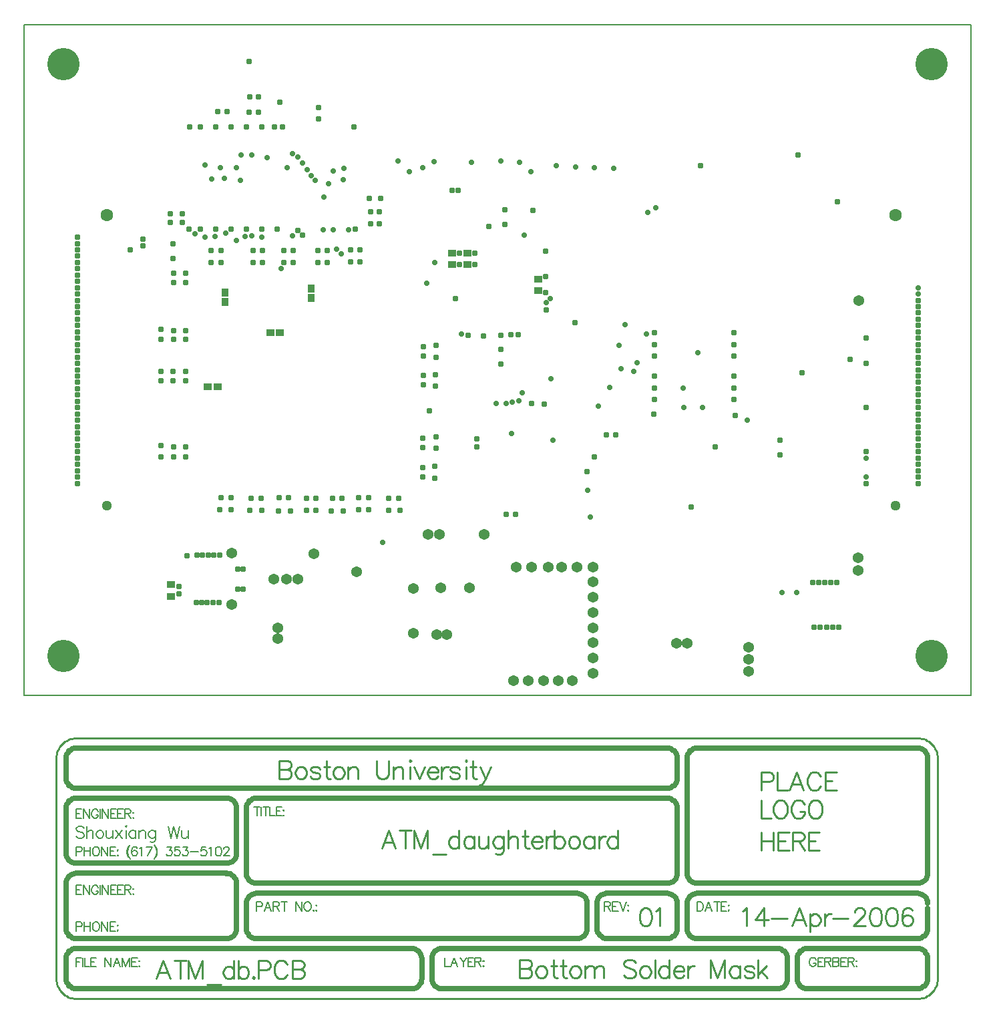
<source format=gbs>
%FSLAX24Y24*%
%MOIN*%
G70*
G01*
G75*
%ADD10C,0.0080*%
%ADD11R,0.0400X0.0600*%
%ADD12R,0.0157X0.0787*%
%ADD13O,0.0157X0.0787*%
%ADD14R,0.0413X0.0177*%
%ADD15R,0.1157X0.1409*%
%ADD16R,0.0315X0.0354*%
%ADD17R,0.1500X0.1100*%
%ADD18O,0.0906X0.0118*%
%ADD19C,0.0157*%
%ADD20R,0.0354X0.0315*%
%ADD21R,0.0906X0.0118*%
%ADD22R,0.0787X0.0197*%
%ADD23O,0.0630X0.0197*%
%ADD24O,0.0197X0.0630*%
%ADD25R,0.0600X0.0500*%
%ADD26R,0.0366X0.0291*%
%ADD27R,0.0600X0.0600*%
%ADD28R,0.1004X0.1063*%
%ADD29R,0.1063X0.1004*%
%ADD30O,0.0118X0.0591*%
%ADD31O,0.0591X0.0118*%
%ADD32R,0.0291X0.0366*%
%ADD33R,0.1000X0.0420*%
%ADD34R,0.0213X0.0138*%
%ADD35O,0.0591X0.0118*%
%ADD36R,0.0787X0.0709*%
%ADD37R,0.0500X0.0600*%
%ADD38R,0.0531X0.0256*%
%ADD39R,0.0984X0.2795*%
%ADD40R,0.1201X0.0449*%
%ADD41R,0.0291X0.0366*%
%ADD42R,0.0984X0.2795*%
%ADD43R,0.0990X0.0200*%
%ADD44R,0.0440X0.0960*%
%ADD45R,0.4100X0.4250*%
%ADD46C,0.0100*%
%ADD47C,0.0200*%
%ADD48C,0.0050*%
%ADD49C,0.0060*%
%ADD50C,0.0300*%
%ADD51C,0.0400*%
%ADD52C,0.0051*%
%ADD53C,0.0079*%
%ADD54R,0.2126X0.1142*%
%ADD55R,0.5315X0.2047*%
%ADD56R,0.1559X0.1244*%
%ADD57R,0.0984X0.0437*%
%ADD58R,0.0996X0.0433*%
%ADD59R,0.0543X0.0933*%
%ADD60R,0.3228X0.1142*%
%ADD61R,0.2441X0.1693*%
%ADD62R,0.1142X0.1181*%
%ADD63R,0.1209X0.3386*%
%ADD64R,0.2909X0.4957*%
%ADD65R,0.1177X0.0437*%
%ADD66R,0.3504X0.2795*%
%ADD67C,0.0250*%
%ADD68C,0.0090*%
%ADD69C,0.0500*%
%ADD70C,0.0240*%
%ADD71C,0.0591*%
%ADD72C,0.0472*%
%ADD73C,0.1575*%
%ADD74C,0.0270*%
%ADD75C,0.0240*%
%ADD76C,0.0240*%
%ADD77C,0.0120*%
%ADD78R,0.0440X0.0640*%
%ADD79R,0.0197X0.0827*%
%ADD80O,0.0197X0.0827*%
%ADD81R,0.0453X0.0217*%
%ADD82R,0.1197X0.1449*%
%ADD83R,0.0355X0.0394*%
%ADD84R,0.1540X0.1140*%
%ADD85O,0.0946X0.0158*%
%ADD86C,0.0197*%
%ADD87R,0.0394X0.0355*%
%ADD88R,0.0946X0.0158*%
%ADD89R,0.0827X0.0237*%
%ADD90O,0.0670X0.0237*%
%ADD91O,0.0237X0.0670*%
%ADD92R,0.0640X0.0540*%
%ADD93R,0.0406X0.0331*%
%ADD94R,0.0640X0.0640*%
%ADD95R,0.1044X0.1103*%
%ADD96R,0.1103X0.1044*%
%ADD97O,0.0158X0.0631*%
%ADD98O,0.0631X0.0158*%
%ADD99R,0.0331X0.0406*%
%ADD100R,0.1040X0.0460*%
%ADD101R,0.0253X0.0178*%
%ADD102O,0.0631X0.0158*%
%ADD103R,0.0827X0.0749*%
%ADD104R,0.0540X0.0640*%
%ADD105R,0.0571X0.0296*%
%ADD106R,0.1024X0.2835*%
%ADD107R,0.1241X0.0489*%
%ADD108R,0.0331X0.0406*%
%ADD109R,0.1024X0.2835*%
%ADD110R,0.1030X0.0240*%
%ADD111R,0.0480X0.1000*%
%ADD112R,0.4140X0.4290*%
%ADD113C,0.0540*%
%ADD114C,0.0631*%
%ADD115C,0.0512*%
%ADD116C,0.1615*%
%ADD117C,0.0310*%
%ADD118C,0.0280*%
%ADD119C,0.0280*%
%ADD120C,0.0280*%
D10*
X22673Y13077D02*
X22616Y13134D01*
X22530Y13162D01*
X22416D01*
X22330Y13134D01*
X22273Y13077D01*
Y13020D01*
X22302Y12963D01*
X22330Y12934D01*
X22387Y12905D01*
X22559Y12848D01*
X22616Y12820D01*
X22645Y12791D01*
X22673Y12734D01*
Y12648D01*
X22616Y12591D01*
X22530Y12563D01*
X22416D01*
X22330Y12591D01*
X22273Y12648D01*
X22807Y13162D02*
Y12563D01*
Y12848D02*
X22893Y12934D01*
X22950Y12963D01*
X23036D01*
X23093Y12934D01*
X23122Y12848D01*
Y12563D01*
X23422Y12963D02*
X23364Y12934D01*
X23307Y12877D01*
X23279Y12791D01*
Y12734D01*
X23307Y12648D01*
X23364Y12591D01*
X23422Y12563D01*
X23507D01*
X23564Y12591D01*
X23622Y12648D01*
X23650Y12734D01*
Y12791D01*
X23622Y12877D01*
X23564Y12934D01*
X23507Y12963D01*
X23422D01*
X23781D02*
Y12677D01*
X23810Y12591D01*
X23867Y12563D01*
X23953D01*
X24010Y12591D01*
X24096Y12677D01*
Y12963D02*
Y12563D01*
X24253Y12963D02*
X24567Y12563D01*
Y12963D02*
X24253Y12563D01*
X24750Y13162D02*
X24778Y13134D01*
X24807Y13162D01*
X24778Y13191D01*
X24750Y13162D01*
X24778Y12963D02*
Y12563D01*
X25255Y12963D02*
Y12563D01*
Y12877D02*
X25198Y12934D01*
X25141Y12963D01*
X25055D01*
X24998Y12934D01*
X24941Y12877D01*
X24913Y12791D01*
Y12734D01*
X24941Y12648D01*
X24998Y12591D01*
X25055Y12563D01*
X25141D01*
X25198Y12591D01*
X25255Y12648D01*
X25415Y12963D02*
Y12563D01*
Y12848D02*
X25501Y12934D01*
X25558Y12963D01*
X25644D01*
X25701Y12934D01*
X25730Y12848D01*
Y12563D01*
X26230Y12963D02*
Y12505D01*
X26201Y12420D01*
X26172Y12391D01*
X26115Y12363D01*
X26030D01*
X25972Y12391D01*
X26230Y12877D02*
X26172Y12934D01*
X26115Y12963D01*
X26030D01*
X25972Y12934D01*
X25915Y12877D01*
X25887Y12791D01*
Y12734D01*
X25915Y12648D01*
X25972Y12591D01*
X26030Y12563D01*
X26115D01*
X26172Y12591D01*
X26230Y12648D01*
X26861Y13162D02*
X27004Y12563D01*
X27146Y13162D02*
X27004Y12563D01*
X27146Y13162D02*
X27289Y12563D01*
X27432Y13162D02*
X27289Y12563D01*
X27552Y12963D02*
Y12677D01*
X27581Y12591D01*
X27638Y12563D01*
X27723D01*
X27781Y12591D01*
X27866Y12677D01*
Y12963D02*
Y12563D01*
D46*
X21273Y5573D02*
X21278Y5475D01*
X21292Y5378D01*
X21316Y5283D01*
X21348Y5190D01*
X21390Y5101D01*
X21440Y5017D01*
X21498Y4938D01*
X21563Y4865D01*
X21635Y4798D01*
X21713Y4739D01*
X21796Y4688D01*
X21885Y4645D01*
X21976Y4610D01*
X22071Y4585D01*
X22168Y4569D01*
X22266Y4563D01*
X64273Y4563D02*
X64371Y4567D01*
X64468Y4582D01*
X64564Y4606D01*
X64656Y4639D01*
X64745Y4681D01*
X64829Y4731D01*
X64908Y4790D01*
X64980Y4855D01*
X65046Y4928D01*
X65105Y5007D01*
X65155Y5091D01*
X65197Y5180D01*
X65230Y5272D01*
X65254Y5368D01*
X65268Y5465D01*
X65273Y5563D01*
Y16563D02*
X65268Y16661D01*
X65254Y16758D01*
X65230Y16853D01*
X65197Y16945D01*
X65155Y17034D01*
X65105Y17118D01*
X65046Y17197D01*
X64980Y17270D01*
X64908Y17336D01*
X64829Y17394D01*
X64745Y17445D01*
X64656Y17486D01*
X64564Y17520D01*
X64468Y17543D01*
X64371Y17558D01*
X64273Y17563D01*
X22273D02*
X22175Y17558D01*
X22078Y17543D01*
X21983Y17520D01*
X21891Y17486D01*
X21802Y17445D01*
X21718Y17394D01*
X21639Y17336D01*
X21566Y17270D01*
X21500Y17197D01*
X21442Y17118D01*
X21391Y17034D01*
X21349Y16945D01*
X21316Y16853D01*
X21292Y16758D01*
X21278Y16661D01*
X21273Y16563D01*
X22273Y4563D02*
X64273D01*
X22273Y17563D02*
X64273D01*
X65273Y5563D02*
Y16563D01*
X21273Y5563D02*
Y16563D01*
D48*
X59195Y6505D02*
X59173Y6548D01*
X59130Y6591D01*
X59087Y6612D01*
X59002D01*
X58959Y6591D01*
X58916Y6548D01*
X58895Y6505D01*
X58873Y6441D01*
Y6334D01*
X58895Y6270D01*
X58916Y6227D01*
X58959Y6184D01*
X59002Y6163D01*
X59087D01*
X59130Y6184D01*
X59173Y6227D01*
X59195Y6270D01*
Y6334D01*
X59087D02*
X59195D01*
X59576Y6612D02*
X59297D01*
Y6163D01*
X59576D01*
X59297Y6398D02*
X59469D01*
X59651Y6612D02*
Y6163D01*
Y6612D02*
X59844D01*
X59908Y6591D01*
X59929Y6570D01*
X59951Y6527D01*
Y6484D01*
X59929Y6441D01*
X59908Y6420D01*
X59844Y6398D01*
X59651D01*
X59801D02*
X59951Y6163D01*
X60052Y6612D02*
Y6163D01*
Y6612D02*
X60244D01*
X60309Y6591D01*
X60330Y6570D01*
X60351Y6527D01*
Y6484D01*
X60330Y6441D01*
X60309Y6420D01*
X60244Y6398D01*
X60052D02*
X60244D01*
X60309Y6377D01*
X60330Y6355D01*
X60351Y6313D01*
Y6248D01*
X60330Y6205D01*
X60309Y6184D01*
X60244Y6163D01*
X60052D01*
X60731Y6612D02*
X60452D01*
Y6163D01*
X60731D01*
X60452Y6398D02*
X60624D01*
X60806Y6612D02*
Y6163D01*
Y6612D02*
X60998D01*
X61063Y6591D01*
X61084Y6570D01*
X61106Y6527D01*
Y6484D01*
X61084Y6441D01*
X61063Y6420D01*
X60998Y6398D01*
X60806D01*
X60956D02*
X61106Y6163D01*
X61228Y6463D02*
X61206Y6441D01*
X61228Y6420D01*
X61249Y6441D01*
X61228Y6463D01*
Y6205D02*
X61206Y6184D01*
X61228Y6163D01*
X61249Y6184D01*
X61228Y6205D01*
X22273Y6612D02*
Y6163D01*
Y6612D02*
X22552D01*
X22273Y6398D02*
X22445D01*
X22603Y6612D02*
Y6163D01*
X22697Y6612D02*
Y6163D01*
X22955D01*
X23282Y6612D02*
X23004D01*
Y6163D01*
X23282D01*
X23004Y6398D02*
X23175D01*
X23711Y6612D02*
Y6163D01*
Y6612D02*
X24011Y6163D01*
Y6612D02*
Y6163D01*
X24478D02*
X24306Y6612D01*
X24135Y6163D01*
X24199Y6313D02*
X24413D01*
X24583Y6612D02*
Y6163D01*
Y6612D02*
X24754Y6163D01*
X24926Y6612D02*
X24754Y6163D01*
X24926Y6612D02*
Y6163D01*
X25333Y6612D02*
X25054D01*
Y6163D01*
X25333D01*
X25054Y6398D02*
X25225D01*
X25429Y6463D02*
X25408Y6441D01*
X25429Y6420D01*
X25450Y6441D01*
X25429Y6463D01*
Y6205D02*
X25408Y6184D01*
X25429Y6163D01*
X25450Y6184D01*
X25429Y6205D01*
X22552Y10213D02*
X22273D01*
Y9763D01*
X22552D01*
X22273Y9998D02*
X22445D01*
X22627Y10213D02*
Y9763D01*
Y10213D02*
X22927Y9763D01*
Y10213D02*
Y9763D01*
X23372Y10105D02*
X23351Y10148D01*
X23308Y10191D01*
X23265Y10213D01*
X23179D01*
X23137Y10191D01*
X23094Y10148D01*
X23072Y10105D01*
X23051Y10041D01*
Y9934D01*
X23072Y9870D01*
X23094Y9827D01*
X23137Y9784D01*
X23179Y9763D01*
X23265D01*
X23308Y9784D01*
X23351Y9827D01*
X23372Y9870D01*
Y9934D01*
X23265D02*
X23372D01*
X23475Y10213D02*
Y9763D01*
X23569Y10213D02*
Y9763D01*
Y10213D02*
X23869Y9763D01*
Y10213D02*
Y9763D01*
X24272Y10213D02*
X23994D01*
Y9763D01*
X24272D01*
X23994Y9998D02*
X24165D01*
X24626Y10213D02*
X24347D01*
Y9763D01*
X24626D01*
X24347Y9998D02*
X24518D01*
X24701Y10213D02*
Y9763D01*
Y10213D02*
X24893D01*
X24958Y10191D01*
X24979Y10170D01*
X25001Y10127D01*
Y10084D01*
X24979Y10041D01*
X24958Y10020D01*
X24893Y9998D01*
X24701D01*
X24851D02*
X25001Y9763D01*
X25123Y10063D02*
X25101Y10041D01*
X25123Y10020D01*
X25144Y10041D01*
X25123Y10063D01*
Y9805D02*
X25101Y9784D01*
X25123Y9763D01*
X25144Y9784D01*
X25123Y9805D01*
X31298Y14138D02*
Y13688D01*
X31148Y14138D02*
X31448D01*
X31502D02*
Y13688D01*
X31746Y14138D02*
Y13688D01*
X31596Y14138D02*
X31896D01*
X31949D02*
Y13688D01*
X32207D01*
X32534Y14138D02*
X32256D01*
Y13688D01*
X32534D01*
X32256Y13923D02*
X32427D01*
X32631Y13988D02*
X32609Y13966D01*
X32631Y13945D01*
X32652Y13966D01*
X32631Y13988D01*
Y13730D02*
X32609Y13709D01*
X32631Y13688D01*
X32652Y13709D01*
X32631Y13730D01*
X31273Y9152D02*
X31466D01*
X31530Y9173D01*
X31552Y9195D01*
X31573Y9238D01*
Y9302D01*
X31552Y9345D01*
X31530Y9366D01*
X31466Y9388D01*
X31273D01*
Y8938D01*
X32017D02*
X31845Y9388D01*
X31674Y8938D01*
X31738Y9088D02*
X31952D01*
X32122Y9388D02*
Y8938D01*
Y9388D02*
X32314D01*
X32379Y9366D01*
X32400Y9345D01*
X32422Y9302D01*
Y9259D01*
X32400Y9216D01*
X32379Y9195D01*
X32314Y9173D01*
X32122D01*
X32272D02*
X32422Y8938D01*
X32672Y9388D02*
Y8938D01*
X32522Y9388D02*
X32822D01*
X33229D02*
Y8938D01*
Y9388D02*
X33529Y8938D01*
Y9388D02*
Y8938D01*
X33782Y9388D02*
X33739Y9366D01*
X33696Y9323D01*
X33675Y9280D01*
X33653Y9216D01*
Y9109D01*
X33675Y9045D01*
X33696Y9002D01*
X33739Y8959D01*
X33782Y8938D01*
X33868D01*
X33911Y8959D01*
X33953Y9002D01*
X33975Y9045D01*
X33996Y9109D01*
Y9216D01*
X33975Y9280D01*
X33953Y9323D01*
X33911Y9366D01*
X33868Y9388D01*
X33782D01*
X34123Y8980D02*
X34101Y8959D01*
X34123Y8938D01*
X34144Y8959D01*
X34123Y8980D01*
X34264Y9238D02*
X34243Y9216D01*
X34264Y9195D01*
X34285Y9216D01*
X34264Y9238D01*
Y8980D02*
X34243Y8959D01*
X34264Y8938D01*
X34285Y8959D01*
X34264Y8980D01*
X22552Y14013D02*
X22273D01*
Y13563D01*
X22552D01*
X22273Y13798D02*
X22445D01*
X22627Y14013D02*
Y13563D01*
Y14013D02*
X22927Y13563D01*
Y14013D02*
Y13563D01*
X23372Y13905D02*
X23351Y13948D01*
X23308Y13991D01*
X23265Y14013D01*
X23179D01*
X23137Y13991D01*
X23094Y13948D01*
X23072Y13905D01*
X23051Y13841D01*
Y13734D01*
X23072Y13670D01*
X23094Y13627D01*
X23137Y13584D01*
X23179Y13563D01*
X23265D01*
X23308Y13584D01*
X23351Y13627D01*
X23372Y13670D01*
Y13734D01*
X23265D02*
X23372D01*
X23475Y14013D02*
Y13563D01*
X23569Y14013D02*
Y13563D01*
Y14013D02*
X23869Y13563D01*
Y14013D02*
Y13563D01*
X24272Y14013D02*
X23994D01*
Y13563D01*
X24272D01*
X23994Y13798D02*
X24165D01*
X24626Y14013D02*
X24347D01*
Y13563D01*
X24626D01*
X24347Y13798D02*
X24518D01*
X24701Y14013D02*
Y13563D01*
Y14013D02*
X24893D01*
X24958Y13991D01*
X24979Y13970D01*
X25001Y13927D01*
Y13884D01*
X24979Y13841D01*
X24958Y13820D01*
X24893Y13798D01*
X24701D01*
X24851D02*
X25001Y13563D01*
X25123Y13863D02*
X25101Y13841D01*
X25123Y13820D01*
X25144Y13841D01*
X25123Y13863D01*
Y13605D02*
X25101Y13584D01*
X25123Y13563D01*
X25144Y13584D01*
X25123Y13605D01*
X40673Y6612D02*
Y6163D01*
X40930D01*
X41322D02*
X41151Y6612D01*
X40980Y6163D01*
X41044Y6313D02*
X41258D01*
X41427Y6612D02*
X41599Y6398D01*
Y6163D01*
X41770Y6612D02*
X41599Y6398D01*
X42106Y6612D02*
X41828D01*
Y6163D01*
X42106D01*
X41828Y6398D02*
X41999D01*
X42181Y6612D02*
Y6163D01*
Y6612D02*
X42374D01*
X42439Y6591D01*
X42460Y6570D01*
X42481Y6527D01*
Y6484D01*
X42460Y6441D01*
X42439Y6420D01*
X42374Y6398D01*
X42181D01*
X42331D02*
X42481Y6163D01*
X42604Y6463D02*
X42582Y6441D01*
X42604Y6420D01*
X42625Y6441D01*
X42604Y6463D01*
Y6205D02*
X42582Y6184D01*
X42604Y6163D01*
X42625Y6184D01*
X42604Y6205D01*
X22273Y8152D02*
X22466D01*
X22530Y8173D01*
X22552Y8195D01*
X22573Y8238D01*
Y8302D01*
X22552Y8345D01*
X22530Y8366D01*
X22466Y8388D01*
X22273D01*
Y7938D01*
X22674Y8388D02*
Y7938D01*
X22974Y8388D02*
Y7938D01*
X22674Y8173D02*
X22974D01*
X23227Y8388D02*
X23184Y8366D01*
X23141Y8323D01*
X23119Y8280D01*
X23098Y8216D01*
Y8109D01*
X23119Y8045D01*
X23141Y8002D01*
X23184Y7959D01*
X23227Y7938D01*
X23312D01*
X23355Y7959D01*
X23398Y8002D01*
X23419Y8045D01*
X23441Y8109D01*
Y8216D01*
X23419Y8280D01*
X23398Y8323D01*
X23355Y8366D01*
X23312Y8388D01*
X23227D01*
X23546D02*
Y7938D01*
Y8388D02*
X23846Y7938D01*
Y8388D02*
Y7938D01*
X24249Y8388D02*
X23970D01*
Y7938D01*
X24249D01*
X23970Y8173D02*
X24141D01*
X24345Y8238D02*
X24323Y8216D01*
X24345Y8195D01*
X24366Y8216D01*
X24345Y8238D01*
Y7980D02*
X24323Y7959D01*
X24345Y7938D01*
X24366Y7959D01*
X24345Y7980D01*
X22273Y11902D02*
X22466D01*
X22530Y11923D01*
X22552Y11945D01*
X22573Y11988D01*
Y12052D01*
X22552Y12095D01*
X22530Y12116D01*
X22466Y12138D01*
X22273D01*
Y11688D01*
X22674Y12138D02*
Y11688D01*
X22974Y12138D02*
Y11688D01*
X22674Y11923D02*
X22974D01*
X23227Y12138D02*
X23184Y12116D01*
X23141Y12073D01*
X23119Y12030D01*
X23098Y11966D01*
Y11859D01*
X23119Y11795D01*
X23141Y11752D01*
X23184Y11709D01*
X23227Y11688D01*
X23312D01*
X23355Y11709D01*
X23398Y11752D01*
X23419Y11795D01*
X23441Y11859D01*
Y11966D01*
X23419Y12030D01*
X23398Y12073D01*
X23355Y12116D01*
X23312Y12138D01*
X23227D01*
X23546D02*
Y11688D01*
Y12138D02*
X23846Y11688D01*
Y12138D02*
Y11688D01*
X24249Y12138D02*
X23970D01*
Y11688D01*
X24249D01*
X23970Y11923D02*
X24141D01*
X24345Y11988D02*
X24323Y11966D01*
X24345Y11945D01*
X24366Y11966D01*
X24345Y11988D01*
Y11730D02*
X24323Y11709D01*
X24345Y11688D01*
X24366Y11709D01*
X24345Y11730D01*
X24968Y12223D02*
X24926Y12180D01*
X24883Y12116D01*
X24840Y12030D01*
X24818Y11923D01*
Y11838D01*
X24840Y11730D01*
X24883Y11645D01*
X24926Y11580D01*
X24968Y11538D01*
X24926Y12180D02*
X24883Y12095D01*
X24861Y12030D01*
X24840Y11923D01*
Y11838D01*
X24861Y11730D01*
X24883Y11666D01*
X24926Y11580D01*
X25311Y12073D02*
X25290Y12116D01*
X25225Y12138D01*
X25183D01*
X25118Y12116D01*
X25075Y12052D01*
X25054Y11945D01*
Y11838D01*
X25075Y11752D01*
X25118Y11709D01*
X25183Y11688D01*
X25204D01*
X25268Y11709D01*
X25311Y11752D01*
X25333Y11816D01*
Y11838D01*
X25311Y11902D01*
X25268Y11945D01*
X25204Y11966D01*
X25183D01*
X25118Y11945D01*
X25075Y11902D01*
X25054Y11838D01*
X25431Y12052D02*
X25474Y12073D01*
X25538Y12138D01*
Y11688D01*
X26061Y12138D02*
X25847Y11688D01*
X25761Y12138D02*
X26061D01*
X26162Y12223D02*
X26205Y12180D01*
X26247Y12116D01*
X26290Y12030D01*
X26312Y11923D01*
Y11838D01*
X26290Y11730D01*
X26247Y11645D01*
X26205Y11580D01*
X26162Y11538D01*
X26205Y12180D02*
X26247Y12095D01*
X26269Y12030D01*
X26290Y11923D01*
Y11838D01*
X26269Y11730D01*
X26247Y11666D01*
X26205Y11580D01*
X26817Y12138D02*
X27053D01*
X26924Y11966D01*
X26989D01*
X27031Y11945D01*
X27053Y11923D01*
X27074Y11859D01*
Y11816D01*
X27053Y11752D01*
X27010Y11709D01*
X26946Y11688D01*
X26882D01*
X26817Y11709D01*
X26796Y11730D01*
X26774Y11773D01*
X27432Y12138D02*
X27218D01*
X27196Y11945D01*
X27218Y11966D01*
X27282Y11988D01*
X27346D01*
X27411Y11966D01*
X27454Y11923D01*
X27475Y11859D01*
Y11816D01*
X27454Y11752D01*
X27411Y11709D01*
X27346Y11688D01*
X27282D01*
X27218Y11709D01*
X27196Y11730D01*
X27175Y11773D01*
X27619Y12138D02*
X27854D01*
X27726Y11966D01*
X27790D01*
X27833Y11945D01*
X27854Y11923D01*
X27876Y11859D01*
Y11816D01*
X27854Y11752D01*
X27811Y11709D01*
X27747Y11688D01*
X27683D01*
X27619Y11709D01*
X27597Y11730D01*
X27576Y11773D01*
X27976Y11880D02*
X28362D01*
X28752Y12138D02*
X28538D01*
X28516Y11945D01*
X28538Y11966D01*
X28602Y11988D01*
X28666D01*
X28730Y11966D01*
X28773Y11923D01*
X28795Y11859D01*
Y11816D01*
X28773Y11752D01*
X28730Y11709D01*
X28666Y11688D01*
X28602D01*
X28538Y11709D01*
X28516Y11730D01*
X28495Y11773D01*
X28895Y12052D02*
X28938Y12073D01*
X29002Y12138D01*
Y11688D01*
X29354Y12138D02*
X29290Y12116D01*
X29247Y12052D01*
X29225Y11945D01*
Y11880D01*
X29247Y11773D01*
X29290Y11709D01*
X29354Y11688D01*
X29397D01*
X29461Y11709D01*
X29504Y11773D01*
X29525Y11880D01*
Y11945D01*
X29504Y12052D01*
X29461Y12116D01*
X29397Y12138D01*
X29354D01*
X29647Y12030D02*
Y12052D01*
X29669Y12095D01*
X29690Y12116D01*
X29733Y12138D01*
X29819D01*
X29862Y12116D01*
X29883Y12095D01*
X29904Y12052D01*
Y12009D01*
X29883Y11966D01*
X29840Y11902D01*
X29626Y11688D01*
X29926D01*
X48648Y9388D02*
Y8938D01*
Y9388D02*
X48841D01*
X48905Y9366D01*
X48927Y9345D01*
X48948Y9302D01*
Y9259D01*
X48927Y9216D01*
X48905Y9195D01*
X48841Y9173D01*
X48648D01*
X48798D02*
X48948Y8938D01*
X49327Y9388D02*
X49049D01*
Y8938D01*
X49327D01*
X49049Y9173D02*
X49220D01*
X49402Y9388D02*
X49574Y8938D01*
X49745Y9388D02*
X49574Y8938D01*
X49824Y9238D02*
X49803Y9216D01*
X49824Y9195D01*
X49846Y9216D01*
X49824Y9238D01*
Y8980D02*
X49803Y8959D01*
X49824Y8938D01*
X49846Y8959D01*
X49824Y8980D01*
X53273Y9388D02*
Y8938D01*
Y9388D02*
X53423D01*
X53487Y9366D01*
X53530Y9323D01*
X53552Y9280D01*
X53573Y9216D01*
Y9109D01*
X53552Y9045D01*
X53530Y9002D01*
X53487Y8959D01*
X53423Y8938D01*
X53273D01*
X54017D02*
X53845Y9388D01*
X53674Y8938D01*
X53738Y9088D02*
X53952D01*
X54272Y9388D02*
Y8938D01*
X54122Y9388D02*
X54422D01*
X54754D02*
X54475D01*
Y8938D01*
X54754D01*
X54475Y9173D02*
X54647D01*
X54850Y9238D02*
X54829Y9216D01*
X54850Y9195D01*
X54871Y9216D01*
X54850Y9238D01*
Y8980D02*
X54829Y8959D01*
X54850Y8938D01*
X54871Y8959D01*
X54850Y8980D01*
D49*
X19685Y19685D02*
X66929D01*
Y53150D01*
X19685D02*
X66929D01*
X19685Y19685D02*
Y53150D01*
D67*
X64773Y9323D02*
X64764Y9418D01*
X64736Y9510D01*
X64691Y9595D01*
X64630Y9669D01*
X64555Y9730D01*
X64471Y9775D01*
X64379Y9803D01*
X64283Y9813D01*
X53273D02*
X53176Y9803D01*
X53082Y9775D01*
X52995Y9728D01*
X52920Y9666D01*
X52857Y9590D01*
X52811Y9504D01*
X52783Y9410D01*
X52773Y9313D01*
X64273Y10313D02*
X64371Y10322D01*
X64465Y10351D01*
X64551Y10397D01*
X64627Y10459D01*
X64689Y10535D01*
X64735Y10621D01*
X64764Y10715D01*
X64773Y10813D01*
X52773D02*
X52783Y10715D01*
X52811Y10621D01*
X52857Y10535D01*
X52920Y10459D01*
X52995Y10397D01*
X53082Y10351D01*
X53176Y10322D01*
X53273Y10313D01*
X64773Y16573D02*
X64763Y16670D01*
X64734Y16764D01*
X64687Y16850D01*
X64624Y16925D01*
X64547Y16986D01*
X64459Y17030D01*
X64364Y17056D01*
X64266Y17062D01*
X64273Y7563D02*
X64371Y7572D01*
X64465Y7601D01*
X64551Y7647D01*
X64627Y7709D01*
X64689Y7785D01*
X64735Y7871D01*
X64764Y7965D01*
X64773Y8063D01*
X64773Y6571D02*
X64762Y6668D01*
X64733Y6760D01*
X64686Y6845D01*
X64624Y6919D01*
X64548Y6980D01*
X64463Y7025D01*
X64370Y7053D01*
X64273Y7063D01*
Y5063D02*
X64371Y5072D01*
X64465Y5101D01*
X64551Y5147D01*
X64627Y5209D01*
X64689Y5285D01*
X64735Y5371D01*
X64764Y5465D01*
X64773Y5563D01*
X51773Y7563D02*
X51871Y7572D01*
X51965Y7601D01*
X52051Y7647D01*
X52127Y7709D01*
X52189Y7785D01*
X52235Y7871D01*
X52264Y7965D01*
X52273Y8063D01*
X52773Y8053D02*
X52783Y7956D01*
X52811Y7863D01*
X52858Y7778D01*
X52920Y7703D01*
X52995Y7642D01*
X53082Y7597D01*
X53175Y7571D01*
X53272Y7563D01*
X52273Y9323D02*
X52264Y9418D01*
X52236Y9510D01*
X52191Y9595D01*
X52130Y9669D01*
X52055Y9730D01*
X51971Y9775D01*
X51879Y9803D01*
X51783Y9813D01*
X21773Y5563D02*
X21783Y5466D01*
X21810Y5373D01*
X21856Y5288D01*
X21917Y5212D01*
X21991Y5150D01*
X22076Y5103D01*
X22168Y5074D01*
X22264Y5063D01*
X51782Y10313D02*
X51878Y10324D01*
X51971Y10353D01*
X52056Y10400D01*
X52130Y10462D01*
X52191Y10537D01*
X52236Y10623D01*
X52264Y10716D01*
X52273Y10813D01*
X22273Y7063D02*
X22176Y7053D01*
X22082Y7025D01*
X21995Y6978D01*
X21920Y6916D01*
X21857Y6840D01*
X21811Y6754D01*
X21783Y6660D01*
X21773Y6563D01*
X52273Y14063D02*
X52264Y14160D01*
X52235Y14254D01*
X52189Y14340D01*
X52127Y14416D01*
X52051Y14478D01*
X51965Y14525D01*
X51871Y14553D01*
X51773Y14563D01*
Y15063D02*
X51871Y15072D01*
X51965Y15101D01*
X52051Y15147D01*
X52127Y15209D01*
X52189Y15285D01*
X52235Y15371D01*
X52264Y15465D01*
X52273Y15563D01*
X53273Y17063D02*
X53176Y17053D01*
X53082Y17025D01*
X52995Y16978D01*
X52920Y16916D01*
X52857Y16840D01*
X52811Y16754D01*
X52783Y16660D01*
X52773Y16563D01*
X52273D02*
X52264Y16660D01*
X52235Y16754D01*
X52189Y16840D01*
X52127Y16916D01*
X52051Y16978D01*
X51965Y17025D01*
X51871Y17053D01*
X51773Y17063D01*
X22273Y14563D02*
X22176Y14553D01*
X22082Y14525D01*
X21995Y14478D01*
X21920Y14416D01*
X21857Y14340D01*
X21811Y14254D01*
X21783Y14160D01*
X21773Y14063D01*
Y11813D02*
X21783Y11715D01*
X21811Y11621D01*
X21857Y11535D01*
X21920Y11459D01*
X21995Y11397D01*
X22082Y11351D01*
X22176Y11322D01*
X22273Y11313D01*
Y10813D02*
X22176Y10803D01*
X22082Y10775D01*
X21995Y10728D01*
X21920Y10666D01*
X21857Y10590D01*
X21811Y10504D01*
X21783Y10410D01*
X21773Y10313D01*
Y8063D02*
X21783Y7966D01*
X21810Y7873D01*
X21856Y7788D01*
X21917Y7712D01*
X21991Y7650D01*
X22076Y7603D01*
X22168Y7574D01*
X22264Y7563D01*
X31273Y14563D02*
X31176Y14553D01*
X31082Y14525D01*
X30995Y14478D01*
X30920Y14416D01*
X30857Y14340D01*
X30811Y14254D01*
X30783Y14160D01*
X30773Y14063D01*
X31273Y9813D02*
X31176Y9803D01*
X31082Y9775D01*
X30995Y9728D01*
X30920Y9666D01*
X30857Y9590D01*
X30811Y9504D01*
X30783Y9410D01*
X30773Y9313D01*
X48753Y9813D02*
X48657Y9803D01*
X48564Y9774D01*
X48479Y9726D01*
X48405Y9663D01*
X48346Y9586D01*
X48303Y9499D01*
X48279Y9405D01*
X48274Y9307D01*
X48273Y8073D02*
X48283Y7974D01*
X48311Y7879D01*
X48357Y7792D01*
X48419Y7715D01*
X48495Y7652D01*
X48582Y7604D01*
X48676Y7574D01*
X48774Y7563D01*
X47283Y7563D02*
X47380Y7572D01*
X47473Y7601D01*
X47558Y7647D01*
X47633Y7709D01*
X47694Y7785D01*
X47738Y7871D01*
X47765Y7964D01*
X47773Y8061D01*
X47773Y9323D02*
X47764Y9418D01*
X47736Y9510D01*
X47691Y9595D01*
X47630Y9669D01*
X47555Y9730D01*
X47471Y9775D01*
X47379Y9803D01*
X47283Y9813D01*
X29783Y7563D02*
X29879Y7572D01*
X29971Y7600D01*
X30055Y7645D01*
X30130Y7706D01*
X30191Y7780D01*
X30236Y7865D01*
X30264Y7957D01*
X30273Y8053D01*
X30773D02*
X30783Y7957D01*
X30811Y7865D01*
X30856Y7780D01*
X30917Y7706D01*
X30991Y7645D01*
X31076Y7600D01*
X31168Y7572D01*
X31263Y7563D01*
X30773Y10803D02*
X30783Y10707D01*
X30811Y10615D01*
X30856Y10530D01*
X30917Y10456D01*
X30991Y10395D01*
X31076Y10350D01*
X31168Y10322D01*
X31263Y10313D01*
X30273Y10323D02*
X30263Y10420D01*
X30234Y10514D01*
X30187Y10600D01*
X30124Y10675D01*
X30047Y10736D01*
X29959Y10780D01*
X29864Y10806D01*
X29766Y10812D01*
X29793Y11313D02*
X29887Y11322D01*
X29977Y11349D01*
X30060Y11393D01*
X30133Y11453D01*
X30192Y11526D01*
X30237Y11609D01*
X30264Y11699D01*
X30273Y11793D01*
Y14073D02*
X30264Y14168D01*
X30236Y14260D01*
X30191Y14345D01*
X30130Y14419D01*
X30055Y14480D01*
X29971Y14525D01*
X29879Y14553D01*
X29783Y14563D01*
X58773Y7063D02*
X58676Y7053D01*
X58582Y7025D01*
X58495Y6978D01*
X58420Y6916D01*
X58357Y6840D01*
X58311Y6754D01*
X58283Y6660D01*
X58273Y6563D01*
Y5553D02*
X58283Y5456D01*
X58311Y5363D01*
X58358Y5278D01*
X58420Y5203D01*
X58495Y5142D01*
X58582Y5097D01*
X58675Y5071D01*
X58772Y5063D01*
X57285Y5063D02*
X57382Y5071D01*
X57475Y5098D01*
X57561Y5144D01*
X57636Y5206D01*
X57696Y5282D01*
X57741Y5369D01*
X57767Y5462D01*
X57773Y5559D01*
X57773Y6563D02*
X57764Y6660D01*
X57735Y6754D01*
X57689Y6840D01*
X57627Y6916D01*
X57551Y6978D01*
X57465Y7025D01*
X57371Y7053D01*
X57273Y7063D01*
X40023Y5563D02*
X40033Y5466D01*
X40060Y5373D01*
X40106Y5288D01*
X40167Y5212D01*
X40241Y5150D01*
X40326Y5103D01*
X40418Y5074D01*
X40514Y5063D01*
X40523Y7063D02*
X40426Y7053D01*
X40332Y7025D01*
X40245Y6978D01*
X40170Y6916D01*
X40107Y6840D01*
X40061Y6754D01*
X40033Y6660D01*
X40023Y6563D01*
X39035Y5063D02*
X39132Y5071D01*
X39225Y5098D01*
X39311Y5144D01*
X39386Y5206D01*
X39446Y5282D01*
X39491Y5369D01*
X39517Y5462D01*
X39523Y5559D01*
X39523Y6563D02*
X39514Y6660D01*
X39485Y6754D01*
X39439Y6840D01*
X39377Y6916D01*
X39301Y6978D01*
X39215Y7025D01*
X39121Y7053D01*
X39023Y7063D01*
X21773Y15563D02*
X21783Y15465D01*
X21811Y15371D01*
X21857Y15285D01*
X21920Y15209D01*
X21995Y15147D01*
X22082Y15101D01*
X22176Y15072D01*
X22273Y15063D01*
Y17063D02*
X22176Y17053D01*
X22082Y17025D01*
X21995Y16978D01*
X21920Y16916D01*
X21857Y16840D01*
X21811Y16754D01*
X21783Y16660D01*
X21773Y16563D01*
X40523Y5063D02*
X57273D01*
X22273D02*
X39023D01*
X22273Y7063D02*
X39023D01*
X40523D02*
X57273D01*
X58773Y5063D02*
X64273D01*
X58773Y7063D02*
X64273D01*
X22273Y17063D02*
X51773D01*
X22273Y7563D02*
X29773D01*
X22273Y10813D02*
X29773D01*
X22273Y11313D02*
X29773D01*
X22273Y14563D02*
X29773D01*
X22273Y15063D02*
X51773D01*
X31273Y14563D02*
X51773D01*
X31273Y9813D02*
X47273D01*
X31273Y7563D02*
X47273D01*
X48773D02*
X51773D01*
X48773Y9813D02*
X51773D01*
X53273Y7563D02*
X64273D01*
X53273Y17063D02*
X64273D01*
X31273Y10313D02*
X51773D01*
X53273D02*
X64273D01*
X53273Y9813D02*
X64273D01*
X39523Y5563D02*
Y6563D01*
X40023Y5563D02*
Y6563D01*
X57773Y5563D02*
Y6563D01*
X58273Y5563D02*
Y6563D01*
X21773Y8063D02*
Y10313D01*
X30273Y8063D02*
Y10313D01*
X21773Y11813D02*
Y14063D01*
X30273Y11813D02*
Y14063D01*
X52273Y15563D02*
Y16563D01*
Y10813D02*
Y14063D01*
X30773Y10813D02*
Y14063D01*
X47773Y8063D02*
Y9313D01*
X30773Y8063D02*
Y9313D01*
X48273Y8063D02*
Y9313D01*
X52273Y8063D02*
Y9313D01*
X64773Y5563D02*
Y6563D01*
Y8063D02*
Y9063D01*
X21773Y5563D02*
Y6563D01*
X52773Y10813D02*
Y16563D01*
X64773Y10813D02*
Y16563D01*
X52773Y8063D02*
Y9313D01*
X21773Y15563D02*
Y16563D01*
D68*
X26959Y5563D02*
X26616Y6462D01*
X26273Y5563D01*
X26402Y5863D02*
X26830D01*
X27469Y6462D02*
Y5563D01*
X27169Y6462D02*
X27769D01*
X27876D02*
Y5563D01*
Y6462D02*
X28219Y5563D01*
X28561Y6462D02*
X28219Y5563D01*
X28561Y6462D02*
Y5563D01*
X28818Y5263D02*
X29504D01*
X30134Y6462D02*
Y5563D01*
Y6034D02*
X30048Y6120D01*
X29962Y6162D01*
X29834D01*
X29748Y6120D01*
X29662Y6034D01*
X29620Y5905D01*
Y5820D01*
X29662Y5691D01*
X29748Y5605D01*
X29834Y5563D01*
X29962D01*
X30048Y5605D01*
X30134Y5691D01*
X30374Y6462D02*
Y5563D01*
Y6034D02*
X30459Y6120D01*
X30545Y6162D01*
X30674D01*
X30759Y6120D01*
X30845Y6034D01*
X30888Y5905D01*
Y5820D01*
X30845Y5691D01*
X30759Y5605D01*
X30674Y5563D01*
X30545D01*
X30459Y5605D01*
X30374Y5691D01*
X31124Y5648D02*
X31081Y5605D01*
X31124Y5563D01*
X31166Y5605D01*
X31124Y5648D01*
X31364Y5991D02*
X31749D01*
X31878Y6034D01*
X31921Y6077D01*
X31963Y6162D01*
Y6291D01*
X31921Y6377D01*
X31878Y6420D01*
X31749Y6462D01*
X31364D01*
Y5563D01*
X32808Y6248D02*
X32765Y6334D01*
X32679Y6420D01*
X32593Y6462D01*
X32422D01*
X32336Y6420D01*
X32251Y6334D01*
X32208Y6248D01*
X32165Y6120D01*
Y5905D01*
X32208Y5777D01*
X32251Y5691D01*
X32336Y5605D01*
X32422Y5563D01*
X32593D01*
X32679Y5605D01*
X32765Y5691D01*
X32808Y5777D01*
X33060Y6462D02*
Y5563D01*
Y6462D02*
X33446D01*
X33575Y6420D01*
X33617Y6377D01*
X33660Y6291D01*
Y6205D01*
X33617Y6120D01*
X33575Y6077D01*
X33446Y6034D01*
X33060D02*
X33446D01*
X33575Y5991D01*
X33617Y5948D01*
X33660Y5863D01*
Y5734D01*
X33617Y5648D01*
X33575Y5605D01*
X33446Y5563D01*
X33060D01*
X32413Y16435D02*
Y15535D01*
Y16435D02*
X32799D01*
X32927Y16392D01*
X32970Y16349D01*
X33013Y16263D01*
Y16178D01*
X32970Y16092D01*
X32927Y16049D01*
X32799Y16006D01*
X32413D02*
X32799D01*
X32927Y15964D01*
X32970Y15921D01*
X33013Y15835D01*
Y15706D01*
X32970Y15621D01*
X32927Y15578D01*
X32799Y15535D01*
X32413D01*
X33428Y16135D02*
X33343Y16092D01*
X33257Y16006D01*
X33214Y15878D01*
Y15792D01*
X33257Y15664D01*
X33343Y15578D01*
X33428Y15535D01*
X33557D01*
X33643Y15578D01*
X33728Y15664D01*
X33771Y15792D01*
Y15878D01*
X33728Y16006D01*
X33643Y16092D01*
X33557Y16135D01*
X33428D01*
X34440Y16006D02*
X34397Y16092D01*
X34268Y16135D01*
X34140D01*
X34011Y16092D01*
X33968Y16006D01*
X34011Y15921D01*
X34097Y15878D01*
X34311Y15835D01*
X34397Y15792D01*
X34440Y15706D01*
Y15664D01*
X34397Y15578D01*
X34268Y15535D01*
X34140D01*
X34011Y15578D01*
X33968Y15664D01*
X34757Y16435D02*
Y15706D01*
X34800Y15578D01*
X34885Y15535D01*
X34971D01*
X34628Y16135D02*
X34928D01*
X35314D02*
X35228Y16092D01*
X35142Y16006D01*
X35100Y15878D01*
Y15792D01*
X35142Y15664D01*
X35228Y15578D01*
X35314Y15535D01*
X35442D01*
X35528Y15578D01*
X35614Y15664D01*
X35657Y15792D01*
Y15878D01*
X35614Y16006D01*
X35528Y16092D01*
X35442Y16135D01*
X35314D01*
X35854D02*
Y15535D01*
Y15964D02*
X35982Y16092D01*
X36068Y16135D01*
X36196D01*
X36282Y16092D01*
X36325Y15964D01*
Y15535D01*
X37268Y16435D02*
Y15792D01*
X37311Y15664D01*
X37396Y15578D01*
X37525Y15535D01*
X37610D01*
X37739Y15578D01*
X37825Y15664D01*
X37868Y15792D01*
Y16435D01*
X38116Y16135D02*
Y15535D01*
Y15964D02*
X38245Y16092D01*
X38330Y16135D01*
X38459D01*
X38545Y16092D01*
X38587Y15964D01*
Y15535D01*
X38909Y16435D02*
X38952Y16392D01*
X38994Y16435D01*
X38952Y16478D01*
X38909Y16435D01*
X38952Y16135D02*
Y15535D01*
X39153Y16135D02*
X39410Y15535D01*
X39667Y16135D02*
X39410Y15535D01*
X39813Y15878D02*
X40327D01*
Y15964D01*
X40284Y16049D01*
X40241Y16092D01*
X40156Y16135D01*
X40027D01*
X39941Y16092D01*
X39856Y16006D01*
X39813Y15878D01*
Y15792D01*
X39856Y15664D01*
X39941Y15578D01*
X40027Y15535D01*
X40156D01*
X40241Y15578D01*
X40327Y15664D01*
X40520Y16135D02*
Y15535D01*
Y15878D02*
X40563Y16006D01*
X40648Y16092D01*
X40734Y16135D01*
X40863D01*
X41415Y16006D02*
X41372Y16092D01*
X41244Y16135D01*
X41115D01*
X40987Y16092D01*
X40944Y16006D01*
X40987Y15921D01*
X41073Y15878D01*
X41287Y15835D01*
X41372Y15792D01*
X41415Y15706D01*
Y15664D01*
X41372Y15578D01*
X41244Y15535D01*
X41115D01*
X40987Y15578D01*
X40944Y15664D01*
X41690Y16435D02*
X41732Y16392D01*
X41775Y16435D01*
X41732Y16478D01*
X41690Y16435D01*
X41732Y16135D02*
Y15535D01*
X42062Y16435D02*
Y15706D01*
X42105Y15578D01*
X42191Y15535D01*
X42277D01*
X41934Y16135D02*
X42234D01*
X42448D02*
X42705Y15535D01*
X42962Y16135D02*
X42705Y15535D01*
X42619Y15364D01*
X42534Y15278D01*
X42448Y15235D01*
X42405D01*
X44419Y6500D02*
Y5600D01*
Y6500D02*
X44805D01*
X44933Y6457D01*
X44976Y6414D01*
X45019Y6328D01*
Y6243D01*
X44976Y6157D01*
X44933Y6114D01*
X44805Y6071D01*
X44419D02*
X44805D01*
X44933Y6028D01*
X44976Y5986D01*
X45019Y5900D01*
Y5771D01*
X44976Y5686D01*
X44933Y5643D01*
X44805Y5600D01*
X44419D01*
X45434Y6200D02*
X45349Y6157D01*
X45263Y6071D01*
X45220Y5943D01*
Y5857D01*
X45263Y5729D01*
X45349Y5643D01*
X45434Y5600D01*
X45563D01*
X45649Y5643D01*
X45734Y5729D01*
X45777Y5857D01*
Y5943D01*
X45734Y6071D01*
X45649Y6157D01*
X45563Y6200D01*
X45434D01*
X46103Y6500D02*
Y5771D01*
X46146Y5643D01*
X46231Y5600D01*
X46317D01*
X45974Y6200D02*
X46274D01*
X46574Y6500D02*
Y5771D01*
X46617Y5643D01*
X46703Y5600D01*
X46788D01*
X46446Y6200D02*
X46746D01*
X47131D02*
X47045Y6157D01*
X46960Y6071D01*
X46917Y5943D01*
Y5857D01*
X46960Y5729D01*
X47045Y5643D01*
X47131Y5600D01*
X47260D01*
X47345Y5643D01*
X47431Y5729D01*
X47474Y5857D01*
Y5943D01*
X47431Y6071D01*
X47345Y6157D01*
X47260Y6200D01*
X47131D01*
X47671D02*
Y5600D01*
Y6028D02*
X47800Y6157D01*
X47885Y6200D01*
X48014D01*
X48100Y6157D01*
X48142Y6028D01*
Y5600D01*
Y6028D02*
X48271Y6157D01*
X48357Y6200D01*
X48485D01*
X48571Y6157D01*
X48614Y6028D01*
Y5600D01*
X50203Y6371D02*
X50118Y6457D01*
X49989Y6500D01*
X49818D01*
X49689Y6457D01*
X49604Y6371D01*
Y6286D01*
X49646Y6200D01*
X49689Y6157D01*
X49775Y6114D01*
X50032Y6028D01*
X50118Y5986D01*
X50161Y5943D01*
X50203Y5857D01*
Y5729D01*
X50118Y5643D01*
X49989Y5600D01*
X49818D01*
X49689Y5643D01*
X49604Y5729D01*
X50619Y6200D02*
X50533Y6157D01*
X50448Y6071D01*
X50405Y5943D01*
Y5857D01*
X50448Y5729D01*
X50533Y5643D01*
X50619Y5600D01*
X50748D01*
X50833Y5643D01*
X50919Y5729D01*
X50962Y5857D01*
Y5943D01*
X50919Y6071D01*
X50833Y6157D01*
X50748Y6200D01*
X50619D01*
X51159Y6500D02*
Y5600D01*
X51862Y6500D02*
Y5600D01*
Y6071D02*
X51776Y6157D01*
X51690Y6200D01*
X51562D01*
X51476Y6157D01*
X51390Y6071D01*
X51347Y5943D01*
Y5857D01*
X51390Y5729D01*
X51476Y5643D01*
X51562Y5600D01*
X51690D01*
X51776Y5643D01*
X51862Y5729D01*
X52102Y5943D02*
X52616D01*
Y6028D01*
X52573Y6114D01*
X52530Y6157D01*
X52444Y6200D01*
X52316D01*
X52230Y6157D01*
X52144Y6071D01*
X52102Y5943D01*
Y5857D01*
X52144Y5729D01*
X52230Y5643D01*
X52316Y5600D01*
X52444D01*
X52530Y5643D01*
X52616Y5729D01*
X52809Y6200D02*
Y5600D01*
Y5943D02*
X52851Y6071D01*
X52937Y6157D01*
X53023Y6200D01*
X53151D01*
X53940Y6500D02*
Y5600D01*
Y6500D02*
X54282Y5600D01*
X54625Y6500D02*
X54282Y5600D01*
X54625Y6500D02*
Y5600D01*
X55397Y6200D02*
Y5600D01*
Y6071D02*
X55311Y6157D01*
X55225Y6200D01*
X55097D01*
X55011Y6157D01*
X54925Y6071D01*
X54882Y5943D01*
Y5857D01*
X54925Y5729D01*
X55011Y5643D01*
X55097Y5600D01*
X55225D01*
X55311Y5643D01*
X55397Y5729D01*
X56108Y6071D02*
X56065Y6157D01*
X55936Y6200D01*
X55808D01*
X55679Y6157D01*
X55636Y6071D01*
X55679Y5986D01*
X55765Y5943D01*
X55979Y5900D01*
X56065Y5857D01*
X56108Y5771D01*
Y5729D01*
X56065Y5643D01*
X55936Y5600D01*
X55808D01*
X55679Y5643D01*
X55636Y5729D01*
X56296Y6500D02*
Y5600D01*
X56725Y6200D02*
X56296Y5771D01*
X56468Y5943D02*
X56768Y5600D01*
X50655Y9087D02*
X50527Y9045D01*
X50441Y8916D01*
X50398Y8702D01*
Y8573D01*
X50441Y8359D01*
X50527Y8230D01*
X50655Y8188D01*
X50741D01*
X50870Y8230D01*
X50955Y8359D01*
X50998Y8573D01*
Y8702D01*
X50955Y8916D01*
X50870Y9045D01*
X50741Y9087D01*
X50655D01*
X51199Y8916D02*
X51285Y8959D01*
X51414Y9087D01*
Y8188D01*
X56473Y15391D02*
X56859D01*
X56987Y15434D01*
X57030Y15477D01*
X57073Y15562D01*
Y15691D01*
X57030Y15777D01*
X56987Y15820D01*
X56859Y15862D01*
X56473D01*
Y14963D01*
X57274Y15862D02*
Y14963D01*
X57789D01*
X58573D02*
X58230Y15862D01*
X57887Y14963D01*
X58016Y15263D02*
X58444D01*
X59425Y15648D02*
X59383Y15734D01*
X59297Y15820D01*
X59211Y15862D01*
X59040D01*
X58954Y15820D01*
X58868Y15734D01*
X58826Y15648D01*
X58783Y15520D01*
Y15305D01*
X58826Y15177D01*
X58868Y15091D01*
X58954Y15005D01*
X59040Y14963D01*
X59211D01*
X59297Y15005D01*
X59383Y15091D01*
X59425Y15177D01*
X60235Y15862D02*
X59678D01*
Y14963D01*
X60235D01*
X59678Y15434D02*
X60021D01*
X56473Y14462D02*
Y13563D01*
X56987D01*
X57343Y14462D02*
X57257Y14420D01*
X57172Y14334D01*
X57129Y14248D01*
X57086Y14120D01*
Y13905D01*
X57129Y13777D01*
X57172Y13691D01*
X57257Y13605D01*
X57343Y13563D01*
X57514D01*
X57600Y13605D01*
X57686Y13691D01*
X57729Y13777D01*
X57772Y13905D01*
Y14120D01*
X57729Y14248D01*
X57686Y14334D01*
X57600Y14420D01*
X57514Y14462D01*
X57343D01*
X58624Y14248D02*
X58581Y14334D01*
X58496Y14420D01*
X58410Y14462D01*
X58239D01*
X58153Y14420D01*
X58067Y14334D01*
X58024Y14248D01*
X57981Y14120D01*
Y13905D01*
X58024Y13777D01*
X58067Y13691D01*
X58153Y13605D01*
X58239Y13563D01*
X58410D01*
X58496Y13605D01*
X58581Y13691D01*
X58624Y13777D01*
Y13905D01*
X58410D02*
X58624D01*
X59087Y14462D02*
X59001Y14420D01*
X58916Y14334D01*
X58873Y14248D01*
X58830Y14120D01*
Y13905D01*
X58873Y13777D01*
X58916Y13691D01*
X59001Y13605D01*
X59087Y13563D01*
X59258D01*
X59344Y13605D01*
X59430Y13691D01*
X59473Y13777D01*
X59515Y13905D01*
Y14120D01*
X59473Y14248D01*
X59430Y14334D01*
X59344Y14420D01*
X59258Y14462D01*
X59087D01*
X56473Y12862D02*
Y11963D01*
X57073Y12862D02*
Y11963D01*
X56473Y12434D02*
X57073D01*
X57879Y12862D02*
X57322D01*
Y11963D01*
X57879D01*
X57322Y12434D02*
X57664D01*
X58029Y12862D02*
Y11963D01*
Y12862D02*
X58414D01*
X58543Y12820D01*
X58586Y12777D01*
X58628Y12691D01*
Y12605D01*
X58586Y12520D01*
X58543Y12477D01*
X58414Y12434D01*
X58029D01*
X58329D02*
X58628Y11963D01*
X59387Y12862D02*
X58830D01*
Y11963D01*
X59387D01*
X58830Y12434D02*
X59173D01*
X55523Y8916D02*
X55609Y8959D01*
X55737Y9087D01*
Y8188D01*
X56612Y9087D02*
X56183Y8488D01*
X56826D01*
X56612Y9087D02*
Y8188D01*
X56984Y8573D02*
X57756D01*
X58707Y8188D02*
X58364Y9087D01*
X58021Y8188D01*
X58150Y8488D02*
X58578D01*
X58917Y8787D02*
Y7888D01*
Y8659D02*
X59002Y8745D01*
X59088Y8787D01*
X59217D01*
X59302Y8745D01*
X59388Y8659D01*
X59431Y8530D01*
Y8445D01*
X59388Y8316D01*
X59302Y8230D01*
X59217Y8188D01*
X59088D01*
X59002Y8230D01*
X58917Y8316D01*
X59624Y8787D02*
Y8188D01*
Y8530D02*
X59667Y8659D01*
X59752Y8745D01*
X59838Y8787D01*
X59967D01*
X60048Y8573D02*
X60819D01*
X61128Y8873D02*
Y8916D01*
X61171Y9002D01*
X61213Y9045D01*
X61299Y9087D01*
X61471D01*
X61556Y9045D01*
X61599Y9002D01*
X61642Y8916D01*
Y8830D01*
X61599Y8745D01*
X61513Y8616D01*
X61085Y8188D01*
X61685D01*
X62143Y9087D02*
X62015Y9045D01*
X61929Y8916D01*
X61886Y8702D01*
Y8573D01*
X61929Y8359D01*
X62015Y8230D01*
X62143Y8188D01*
X62229D01*
X62357Y8230D01*
X62443Y8359D01*
X62486Y8573D01*
Y8702D01*
X62443Y8916D01*
X62357Y9045D01*
X62229Y9087D01*
X62143D01*
X62944D02*
X62816Y9045D01*
X62730Y8916D01*
X62687Y8702D01*
Y8573D01*
X62730Y8359D01*
X62816Y8230D01*
X62944Y8188D01*
X63030D01*
X63159Y8230D01*
X63244Y8359D01*
X63287Y8573D01*
Y8702D01*
X63244Y8916D01*
X63159Y9045D01*
X63030Y9087D01*
X62944D01*
X64003Y8959D02*
X63960Y9045D01*
X63831Y9087D01*
X63746D01*
X63617Y9045D01*
X63532Y8916D01*
X63489Y8702D01*
Y8488D01*
X63532Y8316D01*
X63617Y8230D01*
X63746Y8188D01*
X63789D01*
X63917Y8230D01*
X64003Y8316D01*
X64046Y8445D01*
Y8488D01*
X64003Y8616D01*
X63917Y8702D01*
X63789Y8745D01*
X63746D01*
X63617Y8702D01*
X63532Y8616D01*
X63489Y8488D01*
X38209Y12063D02*
X37866Y12962D01*
X37523Y12063D01*
X37652Y12363D02*
X38080D01*
X38719Y12962D02*
Y12063D01*
X38419Y12962D02*
X39019D01*
X39126D02*
Y12063D01*
Y12962D02*
X39469Y12063D01*
X39811Y12962D02*
X39469Y12063D01*
X39811Y12962D02*
Y12063D01*
X40068Y11763D02*
X40754D01*
X41384Y12962D02*
Y12063D01*
Y12534D02*
X41298Y12620D01*
X41212Y12662D01*
X41084D01*
X40998Y12620D01*
X40912Y12534D01*
X40870Y12405D01*
Y12320D01*
X40912Y12191D01*
X40998Y12105D01*
X41084Y12063D01*
X41212D01*
X41298Y12105D01*
X41384Y12191D01*
X42138Y12662D02*
Y12063D01*
Y12534D02*
X42052Y12620D01*
X41967Y12662D01*
X41838D01*
X41752Y12620D01*
X41667Y12534D01*
X41624Y12405D01*
Y12320D01*
X41667Y12191D01*
X41752Y12105D01*
X41838Y12063D01*
X41967D01*
X42052Y12105D01*
X42138Y12191D01*
X42378Y12662D02*
Y12234D01*
X42421Y12105D01*
X42506Y12063D01*
X42635D01*
X42721Y12105D01*
X42849Y12234D01*
Y12662D02*
Y12063D01*
X43599Y12662D02*
Y11977D01*
X43556Y11848D01*
X43513Y11806D01*
X43428Y11763D01*
X43299D01*
X43213Y11806D01*
X43599Y12534D02*
X43513Y12620D01*
X43428Y12662D01*
X43299D01*
X43213Y12620D01*
X43128Y12534D01*
X43085Y12405D01*
Y12320D01*
X43128Y12191D01*
X43213Y12105D01*
X43299Y12063D01*
X43428D01*
X43513Y12105D01*
X43599Y12191D01*
X43839Y12962D02*
Y12063D01*
Y12491D02*
X43968Y12620D01*
X44053Y12662D01*
X44182D01*
X44268Y12620D01*
X44310Y12491D01*
Y12063D01*
X44675Y12962D02*
Y12234D01*
X44717Y12105D01*
X44803Y12063D01*
X44889D01*
X44546Y12662D02*
X44846D01*
X45017Y12405D02*
X45532D01*
Y12491D01*
X45489Y12577D01*
X45446Y12620D01*
X45360Y12662D01*
X45232D01*
X45146Y12620D01*
X45060Y12534D01*
X45017Y12405D01*
Y12320D01*
X45060Y12191D01*
X45146Y12105D01*
X45232Y12063D01*
X45360D01*
X45446Y12105D01*
X45532Y12191D01*
X45724Y12662D02*
Y12063D01*
Y12405D02*
X45767Y12534D01*
X45853Y12620D01*
X45939Y12662D01*
X46067D01*
X46149Y12962D02*
Y12063D01*
Y12534D02*
X46234Y12620D01*
X46320Y12662D01*
X46448D01*
X46534Y12620D01*
X46620Y12534D01*
X46663Y12405D01*
Y12320D01*
X46620Y12191D01*
X46534Y12105D01*
X46448Y12063D01*
X46320D01*
X46234Y12105D01*
X46149Y12191D01*
X47070Y12662D02*
X46984Y12620D01*
X46898Y12534D01*
X46856Y12405D01*
Y12320D01*
X46898Y12191D01*
X46984Y12105D01*
X47070Y12063D01*
X47198D01*
X47284Y12105D01*
X47370Y12191D01*
X47413Y12320D01*
Y12405D01*
X47370Y12534D01*
X47284Y12620D01*
X47198Y12662D01*
X47070D01*
X48124D02*
Y12063D01*
Y12534D02*
X48038Y12620D01*
X47952Y12662D01*
X47824D01*
X47738Y12620D01*
X47652Y12534D01*
X47610Y12405D01*
Y12320D01*
X47652Y12191D01*
X47738Y12105D01*
X47824Y12063D01*
X47952D01*
X48038Y12105D01*
X48124Y12191D01*
X48364Y12662D02*
Y12063D01*
Y12405D02*
X48407Y12534D01*
X48492Y12620D01*
X48578Y12662D01*
X48707D01*
X49302Y12962D02*
Y12063D01*
Y12534D02*
X49216Y12620D01*
X49131Y12662D01*
X49002D01*
X48917Y12620D01*
X48831Y12534D01*
X48788Y12405D01*
Y12320D01*
X48831Y12191D01*
X48917Y12105D01*
X49002Y12063D01*
X49131D01*
X49216Y12105D01*
X49302Y12191D01*
D87*
X27000Y24629D02*
D03*
Y25220D02*
D03*
X45350Y39880D02*
D03*
Y40471D02*
D03*
X41050Y41771D02*
D03*
Y41180D02*
D03*
X41800Y41771D02*
D03*
Y41180D02*
D03*
D93*
X28854Y35100D02*
D03*
X29330D02*
D03*
X31974Y37800D02*
D03*
X32450D02*
D03*
D99*
X29700Y39324D02*
D03*
Y39800D02*
D03*
X34000Y39524D02*
D03*
Y40000D02*
D03*
D113*
X61339Y39409D02*
D03*
X39094Y25039D02*
D03*
Y22795D02*
D03*
X47047Y20433D02*
D03*
X46339D02*
D03*
X45591D02*
D03*
X44843D02*
D03*
X44114Y20433D02*
D03*
X48071Y20787D02*
D03*
Y21575D02*
D03*
X48071Y22323D02*
D03*
X48071Y23071D02*
D03*
Y23819D02*
D03*
Y24606D02*
D03*
Y25354D02*
D03*
Y26102D02*
D03*
X47283Y26102D02*
D03*
X46496D02*
D03*
X45827D02*
D03*
X45000Y26102D02*
D03*
X44232D02*
D03*
X36260Y25866D02*
D03*
X33346Y25512D02*
D03*
X32756D02*
D03*
X32126D02*
D03*
X34134Y26772D02*
D03*
X30043Y24213D02*
D03*
X30035Y26803D02*
D03*
X32323Y23071D02*
D03*
Y22520D02*
D03*
X42638Y27717D02*
D03*
X40394D02*
D03*
X39843D02*
D03*
X40472Y25079D02*
D03*
X41890D02*
D03*
X40787Y22717D02*
D03*
X40276D02*
D03*
X61299Y25945D02*
D03*
Y26575D02*
D03*
X55827Y22087D02*
D03*
Y21496D02*
D03*
Y20905D02*
D03*
X52756Y22283D02*
D03*
X52244D02*
D03*
D114*
X63169Y43661D02*
D03*
X23799D02*
D03*
D115*
X63169Y29173D02*
D03*
X23799D02*
D03*
D116*
X21654Y51181D02*
D03*
X64961D02*
D03*
Y21654D02*
D03*
X21654D02*
D03*
D117*
X60894Y36468D02*
D03*
X27402Y24764D02*
D03*
X29409Y24331D02*
D03*
X29114Y24331D02*
D03*
X28819D02*
D03*
X28543Y24331D02*
D03*
X28268D02*
D03*
X29449Y26693D02*
D03*
X29134D02*
D03*
X28858D02*
D03*
X28583Y26693D02*
D03*
X28307Y26693D02*
D03*
X30610Y24984D02*
D03*
X30335Y24988D02*
D03*
X30618Y26008D02*
D03*
X30335Y26012D02*
D03*
X27795Y26654D02*
D03*
X27402Y25118D02*
D03*
X60236Y25315D02*
D03*
X59941D02*
D03*
X59646D02*
D03*
X59350D02*
D03*
X59055D02*
D03*
X60354Y23091D02*
D03*
X60039D02*
D03*
X59724D02*
D03*
X59409D02*
D03*
X59094D02*
D03*
X41339Y44882D02*
D03*
X41024D02*
D03*
X54173Y32087D02*
D03*
X57402Y31693D02*
D03*
Y32441D02*
D03*
X58504Y35787D02*
D03*
X39921Y33898D02*
D03*
X32165Y48071D02*
D03*
X43740Y28740D02*
D03*
X51142Y36614D02*
D03*
Y34449D02*
D03*
Y37795D02*
D03*
Y37205D02*
D03*
Y35630D02*
D03*
Y35039D02*
D03*
X55118Y34449D02*
D03*
Y35039D02*
D03*
Y35630D02*
D03*
Y36614D02*
D03*
Y37205D02*
D03*
Y37795D02*
D03*
X42283Y32480D02*
D03*
X49200Y32700D02*
D03*
X48750D02*
D03*
X42283Y32087D02*
D03*
X45000Y34252D02*
D03*
X45630Y34213D02*
D03*
X44213Y28740D02*
D03*
X52987Y29100D02*
D03*
X47756Y30866D02*
D03*
X48124Y31600D02*
D03*
X45079Y43898D02*
D03*
X53425Y46142D02*
D03*
X45748Y38937D02*
D03*
X41220Y39511D02*
D03*
X42598Y37638D02*
D03*
X44350Y37685D02*
D03*
X43957D02*
D03*
X43465Y37677D02*
D03*
X41850D02*
D03*
X34370Y48465D02*
D03*
Y49016D02*
D03*
X32441Y49291D02*
D03*
X30889Y51339D02*
D03*
X29803Y48819D02*
D03*
X29331D02*
D03*
X31378Y48780D02*
D03*
X30906D02*
D03*
X27913Y42953D02*
D03*
X36220D02*
D03*
X42874Y43110D02*
D03*
X47165Y38307D02*
D03*
X45709Y40591D02*
D03*
X45692Y41873D02*
D03*
X42165Y41772D02*
D03*
Y41181D02*
D03*
X41417D02*
D03*
Y41772D02*
D03*
X43661Y43189D02*
D03*
Y43937D02*
D03*
X43465Y36220D02*
D03*
Y36969D02*
D03*
X36142Y48051D02*
D03*
X32559D02*
D03*
X28465D02*
D03*
X27953D02*
D03*
X32303Y42953D02*
D03*
X31535D02*
D03*
X30768D02*
D03*
X30000D02*
D03*
X29232D02*
D03*
X28465D02*
D03*
X40180Y31120D02*
D03*
Y30520D02*
D03*
X39560Y30600D02*
D03*
Y31070D02*
D03*
X40241Y32602D02*
D03*
Y32022D02*
D03*
X39571Y32062D02*
D03*
Y32542D02*
D03*
X35079Y29528D02*
D03*
X35549D02*
D03*
X35589Y28908D02*
D03*
X35009D02*
D03*
X39606Y35197D02*
D03*
Y35667D02*
D03*
X40216Y35117D02*
D03*
Y35707D02*
D03*
X40224Y37161D02*
D03*
Y36571D02*
D03*
X39594Y36631D02*
D03*
Y37101D02*
D03*
X34252Y28928D02*
D03*
X33782D02*
D03*
Y29528D02*
D03*
X34252D02*
D03*
X36454Y41915D02*
D03*
X35974D02*
D03*
X36454Y41315D02*
D03*
X35974D02*
D03*
X32414Y29567D02*
D03*
X32874D02*
D03*
X32364Y28887D02*
D03*
X32964D02*
D03*
X34803Y41299D02*
D03*
X34333D02*
D03*
X34803Y41899D02*
D03*
X34333D02*
D03*
X32650Y41910D02*
D03*
X33120D02*
D03*
X33110Y41310D02*
D03*
X32640D02*
D03*
X31570D02*
D03*
X31090D02*
D03*
X31580Y41910D02*
D03*
X31100D02*
D03*
X29490Y41280D02*
D03*
X29020D02*
D03*
X29500Y41900D02*
D03*
X29020D02*
D03*
X36890Y44488D02*
D03*
X37480D02*
D03*
X27120Y42232D02*
D03*
X27110Y41482D02*
D03*
X25600Y42460D02*
D03*
X25610Y42120D02*
D03*
X64291Y33110D02*
D03*
Y32795D02*
D03*
Y32480D02*
D03*
Y32165D02*
D03*
Y31850D02*
D03*
Y31535D02*
D03*
Y31220D02*
D03*
Y30906D02*
D03*
Y30591D02*
D03*
Y30276D02*
D03*
X61693D02*
D03*
Y31850D02*
D03*
Y34055D02*
D03*
Y36260D02*
D03*
Y37520D02*
D03*
X64291Y38780D02*
D03*
Y38465D02*
D03*
Y38150D02*
D03*
Y37835D02*
D03*
Y37520D02*
D03*
Y37205D02*
D03*
Y36890D02*
D03*
Y36575D02*
D03*
Y36260D02*
D03*
Y35945D02*
D03*
Y35630D02*
D03*
Y35315D02*
D03*
Y35000D02*
D03*
Y34685D02*
D03*
Y34370D02*
D03*
Y34055D02*
D03*
Y33740D02*
D03*
Y33425D02*
D03*
X22323Y30276D02*
D03*
Y30591D02*
D03*
Y30906D02*
D03*
Y31220D02*
D03*
Y31535D02*
D03*
Y31850D02*
D03*
Y32165D02*
D03*
Y32480D02*
D03*
Y32795D02*
D03*
Y33110D02*
D03*
Y33425D02*
D03*
Y33740D02*
D03*
Y34055D02*
D03*
Y34370D02*
D03*
Y34685D02*
D03*
Y35000D02*
D03*
Y35315D02*
D03*
Y35630D02*
D03*
Y35945D02*
D03*
Y36260D02*
D03*
Y36575D02*
D03*
Y36890D02*
D03*
Y37205D02*
D03*
Y37520D02*
D03*
Y37835D02*
D03*
Y38150D02*
D03*
Y38465D02*
D03*
Y38780D02*
D03*
Y39094D02*
D03*
Y39409D02*
D03*
Y39724D02*
D03*
Y40039D02*
D03*
Y40354D02*
D03*
Y40669D02*
D03*
Y40984D02*
D03*
Y41299D02*
D03*
Y41614D02*
D03*
Y41929D02*
D03*
Y42244D02*
D03*
Y42559D02*
D03*
X24961Y41929D02*
D03*
X38436Y28928D02*
D03*
X37886D02*
D03*
X38386Y29528D02*
D03*
X37886D02*
D03*
X36878Y28950D02*
D03*
X36378D02*
D03*
X36878Y29550D02*
D03*
X36378D02*
D03*
X31546Y28928D02*
D03*
X30946D02*
D03*
X31496Y29528D02*
D03*
X30996D02*
D03*
X30000Y28950D02*
D03*
X29450D02*
D03*
X30000Y29550D02*
D03*
X29500D02*
D03*
X26500Y31600D02*
D03*
Y32150D02*
D03*
X27150Y32100D02*
D03*
Y31600D02*
D03*
X27750D02*
D03*
Y32100D02*
D03*
Y35400D02*
D03*
Y35850D02*
D03*
X27100D02*
D03*
Y35400D02*
D03*
X26500D02*
D03*
Y35850D02*
D03*
Y37950D02*
D03*
Y37450D02*
D03*
X27150D02*
D03*
Y37900D02*
D03*
X27750Y37450D02*
D03*
Y37900D02*
D03*
X27150Y40300D02*
D03*
Y40750D02*
D03*
X27750Y40300D02*
D03*
Y40750D02*
D03*
X45709Y39803D02*
D03*
X26967Y43739D02*
D03*
Y43289D02*
D03*
X27567D02*
D03*
Y43739D02*
D03*
X37418Y43221D02*
D03*
X36968D02*
D03*
Y43821D02*
D03*
X37418D02*
D03*
X30928Y49567D02*
D03*
X31378D02*
D03*
X31535Y48051D02*
D03*
X30768D02*
D03*
X29232D02*
D03*
X30000D02*
D03*
X33327Y42894D02*
D03*
X33583Y42677D02*
D03*
X64291Y39094D02*
D03*
Y39409D02*
D03*
X58307Y46654D02*
D03*
X60276Y44331D02*
D03*
X51102Y33740D02*
D03*
X55157Y33661D02*
D03*
D118*
X30472Y45394D02*
D03*
X57521Y24844D02*
D03*
X58254D02*
D03*
X37559Y27323D02*
D03*
X55787Y33425D02*
D03*
X61693Y31535D02*
D03*
Y30591D02*
D03*
X52598Y34055D02*
D03*
X53543D02*
D03*
X48346Y34134D02*
D03*
X53307Y36811D02*
D03*
X44016Y32756D02*
D03*
X52559Y35039D02*
D03*
X47795Y29921D02*
D03*
X48898Y35079D02*
D03*
X64291Y39724D02*
D03*
X45957Y35500D02*
D03*
X64291Y40039D02*
D03*
X49370Y37165D02*
D03*
X44528Y34803D02*
D03*
X41496Y37717D02*
D03*
X50118Y35866D02*
D03*
X50271Y36294D02*
D03*
X49488Y35984D02*
D03*
X50748Y37717D02*
D03*
X49685Y38189D02*
D03*
X46063Y32441D02*
D03*
X47935Y28600D02*
D03*
X44646Y42677D02*
D03*
X45732Y39291D02*
D03*
X50800Y43806D02*
D03*
X51220Y44016D02*
D03*
X45940Y39511D02*
D03*
X44409Y46299D02*
D03*
X43465Y46378D02*
D03*
X42012Y46307D02*
D03*
X39563Y46020D02*
D03*
X40126Y46339D02*
D03*
X40174Y41282D02*
D03*
X39764Y40276D02*
D03*
X44370Y34409D02*
D03*
X44055Y34331D02*
D03*
X43740Y34252D02*
D03*
X43228Y34252D02*
D03*
D119*
X49094Y45984D02*
D03*
X48150Y46024D02*
D03*
X47198Y46056D02*
D03*
X46232Y46114D02*
D03*
D120*
X33071Y46713D02*
D03*
X33327Y46571D02*
D03*
X28209Y42744D02*
D03*
X28720Y42579D02*
D03*
X29213Y42598D02*
D03*
X29744Y42776D02*
D03*
X30256Y42382D02*
D03*
X31535Y42559D02*
D03*
X30512Y46654D02*
D03*
X31024Y46654D02*
D03*
X30256Y46043D02*
D03*
X31024Y42638D02*
D03*
X32815Y46043D02*
D03*
X29488Y46024D02*
D03*
X29685Y45512D02*
D03*
X28720Y46161D02*
D03*
X29055Y45472D02*
D03*
X30709Y42598D02*
D03*
X31791Y46516D02*
D03*
X32520Y40984D02*
D03*
X33583Y46260D02*
D03*
X33071Y42638D02*
D03*
X34606Y42913D02*
D03*
X35118Y42913D02*
D03*
X35630Y45984D02*
D03*
X35591Y45433D02*
D03*
X35276Y41968D02*
D03*
X35512Y41732D02*
D03*
X33819Y45945D02*
D03*
X34016Y45630D02*
D03*
X34213Y45394D02*
D03*
X35118Y45866D02*
D03*
X34862Y45217D02*
D03*
X34646Y44567D02*
D03*
X35886Y42933D02*
D03*
X38346Y46378D02*
D03*
X38898Y45827D02*
D03*
X44961D02*
D03*
M02*

</source>
